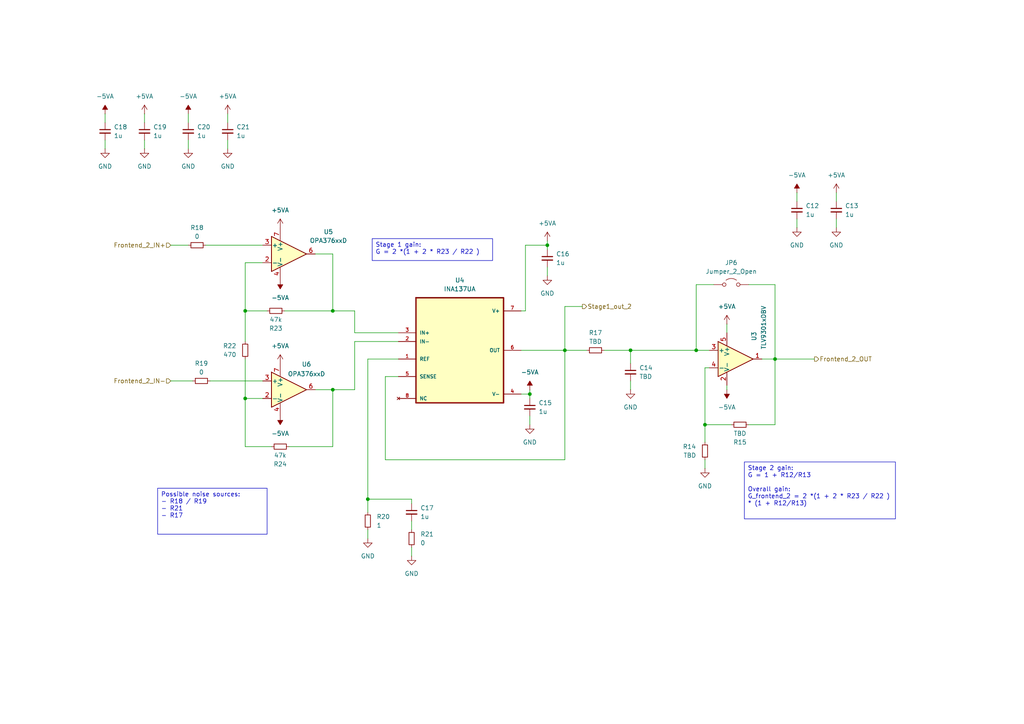
<source format=kicad_sch>
(kicad_sch (version 20250114) (generator "eeschema") (generator_version "9.0")
  (paper "A4")
  (lib_symbols
    (symbol "Amplifier_Operational:OPA376xxD" (pin_names (offset 0.127))
      (property "Reference" "U" (at 0 6.35 0))
      (property "Value" "OPA376xxD" (at 0 3.81 0))
      (symbol "OPA376xxD_0_1"
        (polyline (pts (xy -5.08 5.08) (xy 5.08 0) (xy -5.08 -5.08) (xy -5.08 5.08)) (stroke (width 0.254)) (fill (type background)))
      )
      (symbol "OPA376xxD_1_1"
        (pin input line (at -7.62 2.54 0) (length 2.54) (name "+") (number "3"))
        (pin input line (at -7.62 -2.54 0) (length 2.54) (name "-") (number "2"))
        (pin power_in line (at -2.54 7.62 270) (length 3.81) (name "V+") (number "7"))
        (pin no_connect line (at -2.54 2.54 270) (length 2.54) (hide yes) (name "NC") (number "1"))
        (pin power_in line (at -2.54 -7.62 90) (length 3.81) (name "V-") (number "4"))
        (pin no_connect line (at 0 2.54 270) (length 2.54) (hide yes) (name "NC") (number "5"))
        (pin no_connect line (at 0 -2.54 90) (length 2.54) (hide yes) (name "NC") (number "8"))
        (pin output line (at 7.62 0 180) (length 2.54) (name "~") (number "6"))
      )
    )
    (symbol "Amplifier_Operational:TLV9301xDBV" (pin_names (offset 0.127))
      (property "Reference" "U" (at -1.27 6.35 0))
      (property "Value" "TLV9301xDBV" (at -1.27 3.81 0))
      (symbol "TLV9301xDBV_0_1"
        (polyline (pts (xy -5.08 5.08) (xy 5.08 0) (xy -5.08 -5.08) (xy -5.08 5.08)) (stroke (width 0.254)) (fill (type background)))
        (pin power_in line (at -2.54 7.62 270) (length 3.81) (name "V+") (number "5"))
        (pin power_in line (at -2.54 -7.62 90) (length 3.81) (name "V-") (number "2"))
      )
      (symbol "TLV9301xDBV_1_1"
        (pin input line (at -7.62 2.54 0) (length 2.54) (name "+") (number "3"))
        (pin input line (at -7.62 -2.54 0) (length 2.54) (name "-") (number "4"))
        (pin output line (at 7.62 0 180) (length 2.54) (name "~") (number "1"))
      )
    )
    (symbol "Device:C_Small" (pin_numbers (hide yes)) (pin_names (offset 0.254) (hide yes))
      (property "Reference" "C" (at 0.254 1.778 0))
      (property "Value" "C_Small" (at 0.254 -2.032 0))
      (symbol "C_Small_0_1"
        (polyline (pts (xy -1.524 0.508) (xy 1.524 0.508)) (stroke (width 0.3048)))
        (polyline (pts (xy -1.524 -0.508) (xy 1.524 -0.508)) (stroke (width 0.3302)))
      )
      (symbol "C_Small_1_1"
        (pin passive line (at 0 2.54 270) (length 2.032) (name "~") (number "1"))
        (pin passive line (at 0 -2.54 90) (length 2.032) (name "~") (number "2"))
      )
    )
    (symbol "Device:R_Small" (pin_numbers (hide yes)) (pin_names (offset 0.254) (hide yes))
      (property "Reference" "R" (at 0.762 0.508 0))
      (property "Value" "R_Small" (at 0.762 -1.016 0))
      (symbol "R_Small_0_1"
        (rectangle (start -0.762 1.778) (end 0.762 -1.778) (stroke (width 0.2032)))
      )
      (symbol "R_Small_1_1"
        (pin passive line (at 0 2.54 270) (length 0.762) (name "~") (number "1"))
        (pin passive line (at 0 -2.54 90) (length 0.762) (name "~") (number "2"))
      )
    )
    (symbol "INA137UA:INA137UA" (pin_names (offset 1.016))
      (property "Reference" "U4" (at 0 20.32 0))
      (property "Value" "INA137UA" (at 0 17.78 0))
      (symbol "INA137UA_0_0"
        (rectangle (start -12.7 15.24) (end 12.7 -15.24) (stroke (width 0.41)) (fill (type background)))
        (pin bidirectional line (at -17.78 5.08 0) (length 5.08) (name "IN+") (number "3"))
        (pin bidirectional line (at -17.78 2.54 0) (length 5.08) (name "IN-") (number "2"))
        (pin bidirectional line (at -17.78 -2.54 0) (length 5.08) (name "REF") (number "1"))
        (pin bidirectional line (at -17.78 -7.62 0) (length 5.08) (name "SENSE") (number "5"))
        (pin power_in line (at 17.78 -12.7 180) (length 5.08) (name "V-") (number "4"))
      )
      (symbol "INA137UA_1_0"
        (pin no_connect line (at -17.78 -13.97 0) (length 5.08) (name "NC") (number "8"))
        (pin power_in line (at 17.78 11.43 180) (length 5.08) (name "V+") (number "7"))
        (pin output line (at 17.78 0 180) (length 5.08) (name "OUT") (number "6"))
      )
    )
    (symbol "Jumper:Jumper_2_Open" (pin_numbers (hide yes)) (pin_names (offset 0) (hide yes)) (exclude_from_sim yes)
      (property "Reference" "JP" (at 0 2.794 0))
      (property "Value" "Jumper_2_Open" (at 0 -2.286 0))
      (symbol "Jumper_2_Open_0_0"
        (circle (center -2.032 0) (radius 0.508))
        (circle (center 2.032 0) (radius 0.508))
      )
      (symbol "Jumper_2_Open_0_1"
        (arc (start -1.524 1.27) (mid 0 1.778) (end 1.524 1.27))
      )
      (symbol "Jumper_2_Open_1_1"
        (pin passive line (at -5.08 0 0) (length 2.54) (name "A") (number "1"))
        (pin passive line (at 5.08 0 180) (length 2.54) (name "B") (number "2"))
      )
    )
    (symbol "power:+5VA" (power) (pin_numbers (hide yes)) (pin_names (offset 0) (hide yes))
      (property "Value" "+5VA" (at 0 3.556 0))
      (symbol "+5VA_0_1"
        (polyline (pts (xy -0.762 1.27) (xy 0 2.54)))
        (polyline (pts (xy 0 2.54) (xy 0.762 1.27)))
        (polyline (pts (xy 0 0) (xy 0 2.54)))
      )
      (symbol "+5VA_1_1"
        (pin power_in line (at 0 0 90) (length 0) (name "~") (number "1"))
      )
    )
    (symbol "power:-5VA" (power) (pin_numbers (hide yes)) (pin_names (offset 0) (hide yes))
      (property "Value" "-5VA" (at 0 3.556 0))
      (symbol "-5VA_0_0"
        (pin power_in line (at 0 0 90) (length 0) (name "~") (number "1"))
      )
      (symbol "-5VA_0_1"
        (polyline (pts (xy 0 0) (xy 0 1.27) (xy 0.762 1.27) (xy 0 2.54) (xy -0.762 1.27) (xy 0 1.27)) (fill (type outline)))
      )
    )
    (symbol "power:GND" (power) (pin_numbers (hide yes)) (pin_names (offset 0) (hide yes))
      (property "Value" "GND" (at 0 -3.81 0))
      (symbol "GND_0_1"
        (polyline (pts (xy 0 0) (xy 0 -1.27) (xy 1.27 -1.27) (xy 0 -2.54) (xy -1.27 -1.27) (xy 0 -1.27)))
      )
      (symbol "GND_1_1"
        (pin power_in line (at 0 0 270) (length 0) (name "~") (number "1"))
      )
    )
  )
  (text_box "Stage 2 gain:\nG = 1 + R12/R13\n\nOverall gain:\nG_frontend_2 = 2 *(1 + 2 * R23 / R22 ) * (1 + R12/R13)" (at 215.9 133.985 0) (size 43.815 16.51) (margins 0.9525 0.9525 0.9525 0.9525) (effects (font (size 1.27 1.27)) (justify left top)))
  (text_box "Possible noise sources:\n- R18 / R19\n- R21\n- R17" (at 45.72 141.605 0) (size 31.75 13.335) (margins 0.9525 0.9525 0.9525 0.9525) (effects (font (size 1.27 1.27)) (justify left top)))
  (text_box "Stage 1 gain:\nG = 2 *(1 + 2 * R23 / R22 )" (at 107.95 69.215 0) (size 34.925 6.35) (margins 0.9525 0.9525 0.9525 0.9525) (effects (font (size 1.27 1.27)) (justify left top)))
  (junction (at 158.75 71.12))
  (junction (at 182.88 101.6))
  (junction (at 153.67 114.3))
  (junction (at 96.52 90.17))
  (junction (at 204.47 123.19))
  (junction (at 71.12 115.57))
  (junction (at 71.12 90.17))
  (junction (at 96.52 113.03))
  (junction (at 224.79 104.14))
  (junction (at 163.83 101.6))
  (junction (at 201.93 101.6))
  (junction (at 106.68 144.78))
  (wire (pts (xy 220.98 104.14) (xy 224.79 104.14)))
  (wire (pts (xy 204.47 133.35) (xy 204.47 135.89)))
  (wire (pts (xy 201.93 101.6) (xy 205.74 101.6)))
  (wire (pts (xy 152.4 71.12) (xy 158.75 71.12)))
  (wire (pts (xy 182.88 110.49) (xy 182.88 113.03)))
  (wire (pts (xy 71.12 90.17) (xy 77.47 90.17)))
  (wire (pts (xy 231.14 55.88) (xy 231.14 58.42)))
  (wire (pts (xy 96.52 90.17) (xy 102.87 90.17)))
  (wire (pts (xy 102.87 90.17) (xy 102.87 96.52)))
  (wire (pts (xy 182.88 101.6) (xy 201.93 101.6)))
  (wire (pts (xy 96.52 129.54) (xy 96.52 113.03)))
  (wire (pts (xy 153.67 113.03) (xy 153.67 114.3)))
  (wire (pts (xy 115.57 99.06) (xy 102.87 99.06)))
  (wire (pts (xy 224.79 82.55) (xy 224.79 104.14)))
  (wire (pts (xy 60.96 110.49) (xy 76.2 110.49)))
  (wire (pts (xy 210.82 93.98) (xy 210.82 96.52)))
  (wire (pts (xy 66.04 33.02) (xy 66.04 35.56)))
  (wire (pts (xy 242.57 63.5) (xy 242.57 66.04)))
  (wire (pts (xy 210.82 113.03) (xy 210.82 111.76)))
  (wire (pts (xy 49.53 110.49) (xy 55.88 110.49)))
  (wire (pts (xy 76.2 76.2) (xy 71.12 76.2)))
  (wire (pts (xy 83.82 129.54) (xy 96.52 129.54)))
  (wire (pts (xy 78.74 129.54) (xy 71.12 129.54)))
  (wire (pts (xy 152.4 90.17) (xy 152.4 71.12)))
  (wire (pts (xy 207.01 82.55) (xy 201.93 82.55)))
  (wire (pts (xy 163.83 133.35) (xy 163.83 101.6)))
  (wire (pts (xy 41.91 40.64) (xy 41.91 43.18)))
  (wire (pts (xy 91.44 73.66) (xy 96.52 73.66)))
  (wire (pts (xy 158.75 71.12) (xy 158.75 72.39)))
  (wire (pts (xy 231.14 63.5) (xy 231.14 66.04)))
  (wire (pts (xy 30.48 40.64) (xy 30.48 43.18)))
  (wire (pts (xy 204.47 106.68) (xy 205.74 106.68)))
  (wire (pts (xy 82.55 90.17) (xy 96.52 90.17)))
  (wire (pts (xy 71.12 104.14) (xy 71.12 115.57)))
  (wire (pts (xy 106.68 153.67) (xy 106.68 156.21)))
  (wire (pts (xy 217.17 123.19) (xy 224.79 123.19)))
  (wire (pts (xy 151.13 101.6) (xy 163.83 101.6)))
  (wire (pts (xy 163.83 88.9) (xy 168.91 88.9)))
  (wire (pts (xy 119.38 158.75) (xy 119.38 161.29)))
  (wire (pts (xy 201.93 82.55) (xy 201.93 101.6)))
  (wire (pts (xy 41.91 33.02) (xy 41.91 35.56)))
  (wire (pts (xy 242.57 55.88) (xy 242.57 58.42)))
  (wire (pts (xy 96.52 113.03) (xy 91.44 113.03)))
  (wire (pts (xy 158.75 69.85) (xy 158.75 71.12)))
  (wire (pts (xy 224.79 104.14) (xy 236.22 104.14)))
  (wire (pts (xy 106.68 144.78) (xy 106.68 148.59)))
  (wire (pts (xy 30.48 33.02) (xy 30.48 35.56)))
  (wire (pts (xy 102.87 99.06) (xy 102.87 113.03)))
  (wire (pts (xy 153.67 114.3) (xy 153.67 115.57)))
  (wire (pts (xy 119.38 151.13) (xy 119.38 153.67)))
  (wire (pts (xy 204.47 123.19) (xy 204.47 106.68)))
  (wire (pts (xy 119.38 146.05) (xy 119.38 144.78)))
  (wire (pts (xy 115.57 109.22) (xy 111.76 109.22)))
  (wire (pts (xy 204.47 128.27) (xy 204.47 123.19)))
  (wire (pts (xy 158.75 77.47) (xy 158.75 80.01)))
  (wire (pts (xy 182.88 101.6) (xy 182.88 105.41)))
  (wire (pts (xy 54.61 40.64) (xy 54.61 43.18)))
  (wire (pts (xy 111.76 133.35) (xy 163.83 133.35)))
  (wire (pts (xy 106.68 144.78) (xy 119.38 144.78)))
  (wire (pts (xy 151.13 114.3) (xy 153.67 114.3)))
  (wire (pts (xy 224.79 104.14) (xy 224.79 123.19)))
  (wire (pts (xy 217.17 82.55) (xy 224.79 82.55)))
  (wire (pts (xy 153.67 120.65) (xy 153.67 123.19)))
  (wire (pts (xy 163.83 101.6) (xy 170.18 101.6)))
  (wire (pts (xy 49.53 71.12) (xy 54.61 71.12)))
  (wire (pts (xy 59.69 71.12) (xy 76.2 71.12)))
  (wire (pts (xy 163.83 88.9) (xy 163.83 101.6)))
  (wire (pts (xy 102.87 96.52) (xy 115.57 96.52)))
  (wire (pts (xy 96.52 73.66) (xy 96.52 90.17)))
  (wire (pts (xy 54.61 33.02) (xy 54.61 35.56)))
  (wire (pts (xy 96.52 113.03) (xy 102.87 113.03)))
  (wire (pts (xy 106.68 104.14) (xy 106.68 144.78)))
  (wire (pts (xy 71.12 76.2) (xy 71.12 90.17)))
  (wire (pts (xy 71.12 129.54) (xy 71.12 115.57)))
  (wire (pts (xy 204.47 123.19) (xy 212.09 123.19)))
  (wire (pts (xy 115.57 104.14) (xy 106.68 104.14)))
  (wire (pts (xy 151.13 90.17) (xy 152.4 90.17)))
  (wire (pts (xy 66.04 40.64) (xy 66.04 43.18)))
  (wire (pts (xy 71.12 115.57) (xy 76.2 115.57)))
  (wire (pts (xy 175.26 101.6) (xy 182.88 101.6)))
  (wire (pts (xy 111.76 109.22) (xy 111.76 133.35)))
  (wire (pts (xy 71.12 90.17) (xy 71.12 99.06)))
  (hierarchical_label "Frontend_2_IN+" (shape input) (at 49.53 71.12 180))
  (hierarchical_label "Frontend_2_IN-" (shape input) (at 49.53 110.49 180))
  (hierarchical_label "Frontend_2_OUT" (shape output) (at 236.22 104.14 0))
  (hierarchical_label "Stage1_out_2" (shape output) (at 168.91 88.9 0))
  (symbol (lib_id "Device:R_Small") (at 81.28 129.54 90) (unit 1)
    (property "Reference" "R24" (at 81.28 134.62 90))
    (property "Value" "47k" (at 81.28 132.08 90))
    (property "Footprint" "Resistor_SMD:R_0805_2012Metric_Pad1.20x1.40mm_HandSolder" (effects (hide yes)))
    (property "Description" "Resistor, small symbol" (effects (hide yes)))
  )
  (symbol (lib_id "power:-5VA") (at 153.67 113.03 0) (unit 1)
    (property "Reference" "#PWR027" (effects (hide yes)))
    (property "Value" "-5VA" (at 153.67 107.95 0))
    (property "Description" "Power symbol creates a global label with name \"-5VA\"" (effects (hide yes)))
  )
  (symbol (lib_id "power:-5VA") (at 81.28 120.65 180) (unit 1)
    (property "Reference" "#PWR035" (effects (hide yes)))
    (property "Value" "-5VA" (at 81.28 125.73 0))
    (property "Description" "Power symbol creates a global label with name \"-5VA\"" (effects (hide yes)))
  )
  (symbol (lib_id "power:GND") (at 119.38 161.29 0) (unit 1)
    (property "Reference" "#PWR032" (effects (hide yes)))
    (property "Value" "GND" (at 119.38 166.37 0))
    (property "Description" "Power symbol creates a global label with name \"GND\" , ground" (effects (hide yes)))
  )
  (symbol (lib_id "power:+5VA") (at 66.04 33.02 0) (unit 1)
    (property "Reference" "#PWR043" (effects (hide yes)))
    (property "Value" "+5VA" (at 66.04 27.94 0))
    (property "Description" "Power symbol creates a global label with name \"+5VA\"" (effects (hide yes)))
  )
  (symbol (lib_id "Device:R_Small") (at 58.42 110.49 90) (unit 1)
    (property "Reference" "R19" (at 58.42 105.41 90))
    (property "Value" "0" (at 58.42 107.95 90))
    (property "Footprint" "Resistor_SMD:R_0805_2012Metric_Pad1.20x1.40mm_HandSolder" (effects (hide yes)))
    (property "Description" "Resistor, small symbol" (effects (hide yes)))
  )
  (symbol (lib_id "Device:R_Small") (at 57.15 71.12 90) (unit 1)
    (property "Reference" "R18" (at 57.15 66.04 90))
    (property "Value" "0" (at 57.15 68.58 90))
    (property "Footprint" "Resistor_SMD:R_0805_2012Metric_Pad1.20x1.40mm_HandSolder" (effects (hide yes)))
    (property "Description" "Resistor, small symbol" (effects (hide yes)))
  )
  (symbol (lib_id "Device:R_Small") (at 119.38 156.21 0) (unit 1)
    (property "Reference" "R21" (at 121.92 154.9399 0) (effects (justify left)))
    (property "Value" "0" (at 121.92 157.4799 0) (effects (justify left)))
    (property "Footprint" "Resistor_SMD:R_0805_2012Metric_Pad1.20x1.40mm_HandSolder" (effects (hide yes)))
    (property "Description" "Resistor, small symbol" (effects (hide yes)))
  )
  (symbol (lib_id "power:GND") (at 231.14 66.04 0) (unit 1)
    (property "Reference" "#PWR021" (effects (hide yes)))
    (property "Value" "GND" (at 231.14 71.12 0))
    (property "Description" "Power symbol creates a global label with name \"GND\" , ground" (effects (hide yes)))
  )
  (symbol (lib_id "power:GND") (at 204.47 135.89 0) (unit 1)
    (property "Reference" "#PWR017" (effects (hide yes)))
    (property "Value" "GND" (at 204.47 140.97 0))
    (property "Description" "Power symbol creates a global label with name \"GND\" , ground" (effects (hide yes)))
  )
  (symbol (lib_id "power:+5VA") (at 81.28 105.41 0) (unit 1)
    (property "Reference" "#PWR034" (effects (hide yes)))
    (property "Value" "+5VA" (at 81.28 100.33 0))
    (property "Description" "Power symbol creates a global label with name \"+5VA\"" (effects (hide yes)))
  )
  (symbol (lib_id "INA137UA:INA137UA") (at 133.35 101.6 0) (unit 1)
    (property "Reference" "U4" (at 133.35 81.28 0))
    (property "Value" "INA137UA" (at 133.35 83.82 0))
    (property "Footprint" "INA137UA:SOIC127P599X175-8N" (effects (hide yes)))
    (property "MF" "Texas Instruments" (effects (hide yes)))
    (property "Description_1" "Single, Audio Differential Line Receivers, +-6dB (G=1/2 or 2)" (effects (hide yes)))
    (property "Package" "SOIC-8 Texas Instruments" (effects (hide yes)))
    (property "Price" "None" (effects (hide yes)))
    (property "SnapEDA_Link" "https://www.snapeda.com/parts/INA137UA/Texas+Instruments/view-part/?ref=snap" (effects (hide yes)))
    (property "MP" "INA137UA" (effects (hide yes)))
    (property "Availability" "In Stock" (effects (hide yes)))
    (property "Check_prices" "https://www.snapeda.com/parts/INA137UA/Texas+Instruments/view-part/?ref=eda" (effects (hide yes)))
  )
  (symbol (lib_id "Device:C_Small") (at 153.67 118.11 0) (unit 1)
    (property "Reference" "C15" (at 156.21 116.8462 0) (effects (justify left)))
    (property "Value" "1u" (at 156.21 119.3862 0) (effects (justify left)))
    (property "Footprint" "Capacitor_SMD:C_0805_2012Metric_Pad1.18x1.45mm_HandSolder" (effects (hide yes)))
    (property "Description" "Unpolarized capacitor, small symbol" (effects (hide yes)))
  )
  (symbol (lib_id "Device:R_Small") (at 71.12 101.6 0) (mirror y) (unit 1)
    (property "Reference" "R22" (at 68.58 100.3299 0) (effects (justify left)))
    (property "Value" "470" (at 68.58 102.8699 0) (effects (justify left)))
    (property "Footprint" "Resistor_SMD:R_0805_2012Metric_Pad1.20x1.40mm_HandSolder" (effects (hide yes)))
    (property "Description" "Resistor, small symbol" (effects (hide yes)))
  )
  (symbol (lib_id "Device:C_Small") (at 158.75 74.93 0) (unit 1)
    (property "Reference" "C16" (at 161.29 73.6662 0) (effects (justify left)))
    (property "Value" "1u" (at 161.29 76.2062 0) (effects (justify left)))
    (property "Footprint" "Capacitor_SMD:C_0805_2012Metric_Pad1.18x1.45mm_HandSolder" (effects (hide yes)))
    (property "Description" "Unpolarized capacitor, small symbol" (effects (hide yes)))
  )
  (symbol (lib_id "power:-5VA") (at 210.82 113.03 180) (unit 1)
    (property "Reference" "#PWR019" (effects (hide yes)))
    (property "Value" "-5VA" (at 210.82 118.11 0))
    (property "Description" "Power symbol creates a global label with name \"-5VA\"" (effects (hide yes)))
  )
  (symbol (lib_id "power:-5VA") (at 231.14 55.88 0) (unit 1)
    (property "Reference" "#PWR020" (effects (hide yes)))
    (property "Value" "-5VA" (at 231.14 50.8 0))
    (property "Description" "Power symbol creates a global label with name \"-5VA\"" (effects (hide yes)))
  )
  (symbol (lib_id "Device:R_Small") (at 80.01 90.17 90) (mirror x) (unit 1)
    (property "Reference" "R23" (at 80.01 95.25 90))
    (property "Value" "47k" (at 80.01 92.71 90))
    (property "Footprint" "Resistor_SMD:R_0805_2012Metric_Pad1.20x1.40mm_HandSolder" (effects (hide yes)))
    (property "Description" "Resistor, small symbol" (effects (hide yes)))
  )
  (symbol (lib_id "power:GND") (at 106.68 156.21 0) (unit 1)
    (property "Reference" "#PWR031" (effects (hide yes)))
    (property "Value" "GND" (at 106.68 161.29 0))
    (property "Description" "Power symbol creates a global label with name \"GND\" , ground" (effects (hide yes)))
  )
  (symbol (lib_id "power:-5VA") (at 81.28 81.28 180) (unit 1)
    (property "Reference" "#PWR036" (effects (hide yes)))
    (property "Value" "-5VA" (at 81.28 86.36 0))
    (property "Description" "Power symbol creates a global label with name \"-5VA\"" (effects (hide yes)))
  )
  (symbol (lib_id "Device:C_Small") (at 182.88 107.95 0) (unit 1)
    (property "Reference" "C14" (at 185.42 106.6862 0) (effects (justify left)))
    (property "Value" "TBD" (at 185.42 109.2262 0) (effects (justify left)))
    (property "Footprint" "Capacitor_SMD:C_0805_2012Metric_Pad1.18x1.45mm_HandSolder" (effects (hide yes)))
    (property "Description" "Unpolarized capacitor, small symbol" (effects (hide yes)))
  )
  (symbol (lib_id "Amplifier_Operational:OPA376xxD") (at 83.82 113.03 0) (unit 1)
    (property "Reference" "U6" (at 88.9 105.664 0))
    (property "Value" "OPA376xxD" (at 88.9 108.458 0))
    (property "Footprint" "Package_SO:SOIC-8_3.9x4.9mm_P1.27mm" (effects (hide yes)))
    (property "Datasheet" "http://www.ti.com/lit/ds/symlink/opa376.pdf" (effects (hide yes)))
    (property "Description" "Single Low-Noise, Low Quiescent Current, Precision Operational Amplifier e-trim Series, SOIC-8" (effects (hide yes)))
  )
  (symbol (lib_id "Device:C_Small") (at 41.91 38.1 0) (unit 1)
    (property "Reference" "C19" (at 44.45 36.8362 0) (effects (justify left)))
    (property "Value" "1u" (at 44.45 39.3762 0) (effects (justify left)))
    (property "Footprint" "Capacitor_SMD:C_0805_2012Metric_Pad1.18x1.45mm_HandSolder" (effects (hide yes)))
    (property "Description" "Unpolarized capacitor, small symbol" (effects (hide yes)))
  )
  (symbol (lib_id "power:GND") (at 41.91 43.18 0) (unit 1)
    (property "Reference" "#PWR040" (effects (hide yes)))
    (property "Value" "GND" (at 41.91 48.26 0))
    (property "Description" "Power symbol creates a global label with name \"GND\" , ground" (effects (hide yes)))
  )
  (symbol (lib_id "power:+5VA") (at 242.57 55.88 0) (unit 1)
    (property "Reference" "#PWR022" (effects (hide yes)))
    (property "Value" "+5VA" (at 242.57 50.8 0))
    (property "Description" "Power symbol creates a global label with name \"+5VA\"" (effects (hide yes)))
  )
  (symbol (lib_id "power:+5VA") (at 210.82 93.98 0) (unit 1)
    (property "Reference" "#PWR018" (effects (hide yes)))
    (property "Value" "+5VA" (at 210.82 88.9 0))
    (property "Description" "Power symbol creates a global label with name \"+5VA\"" (effects (hide yes)))
  )
  (symbol (lib_id "Device:C_Small") (at 30.48 38.1 0) (unit 1)
    (property "Reference" "C18" (at 33.02 36.8362 0) (effects (justify left)))
    (property "Value" "1u" (at 33.02 39.3762 0) (effects (justify left)))
    (property "Footprint" "Capacitor_SMD:C_0805_2012Metric_Pad1.18x1.45mm_HandSolder" (effects (hide yes)))
    (property "Description" "Unpolarized capacitor, small symbol" (effects (hide yes)))
  )
  (symbol (lib_id "Device:C_Small") (at 242.57 60.96 0) (unit 1)
    (property "Reference" "C13" (at 245.11 59.6962 0) (effects (justify left)))
    (property "Value" "1u" (at 245.11 62.2362 0) (effects (justify left)))
    (property "Footprint" "Capacitor_SMD:C_0805_2012Metric_Pad1.18x1.45mm_HandSolder" (effects (hide yes)))
    (property "Description" "Unpolarized capacitor, small symbol" (effects (hide yes)))
  )
  (symbol (lib_id "Device:C_Small") (at 66.04 38.1 0) (unit 1)
    (property "Reference" "C21" (at 68.58 36.8362 0) (effects (justify left)))
    (property "Value" "1u" (at 68.58 39.3762 0) (effects (justify left)))
    (property "Footprint" "Capacitor_SMD:C_0805_2012Metric_Pad1.18x1.45mm_HandSolder" (effects (hide yes)))
    (property "Description" "Unpolarized capacitor, small symbol" (effects (hide yes)))
  )
  (symbol (lib_id "power:GND") (at 158.75 80.01 0) (unit 1)
    (property "Reference" "#PWR030" (effects (hide yes)))
    (property "Value" "GND" (at 158.75 85.09 0))
    (property "Description" "Power symbol creates a global label with name \"GND\" , ground" (effects (hide yes)))
  )
  (symbol (lib_id "Amplifier_Operational:OPA376xxD") (at 83.82 73.66 0) (unit 1)
    (property "Reference" "U5" (at 95.25 67.2398 0))
    (property "Value" "OPA376xxD" (at 95.25 69.7798 0))
    (property "Footprint" "Package_SO:SOIC-8_3.9x4.9mm_P1.27mm" (effects (hide yes)))
    (property "Datasheet" "http://www.ti.com/lit/ds/symlink/opa376.pdf" (effects (hide yes)))
    (property "Description" "Single Low-Noise, Low Quiescent Current, Precision Operational Amplifier e-trim Series, SOIC-8" (effects (hide yes)))
  )
  (symbol (lib_id "power:GND") (at 153.67 123.19 0) (unit 1)
    (property "Reference" "#PWR028" (effects (hide yes)))
    (property "Value" "GND" (at 153.67 128.27 0))
    (property "Description" "Power symbol creates a global label with name \"GND\" , ground" (effects (hide yes)))
  )
  (symbol (lib_id "Device:R_Small") (at 172.72 101.6 90) (unit 1)
    (property "Reference" "R17" (at 172.72 96.52 90))
    (property "Value" "TBD" (at 172.72 99.06 90))
    (property "Footprint" "Resistor_SMD:R_0805_2012Metric_Pad1.20x1.40mm_HandSolder" (effects (hide yes)))
    (property "Description" "Resistor, small symbol" (effects (hide yes)))
  )
  (symbol (lib_id "power:GND") (at 242.57 66.04 0) (unit 1)
    (property "Reference" "#PWR023" (effects (hide yes)))
    (property "Value" "GND" (at 242.57 71.12 0))
    (property "Description" "Power symbol creates a global label with name \"GND\" , ground" (effects (hide yes)))
  )
  (symbol (lib_id "Amplifier_Operational:TLV9301xDBV") (at 213.36 104.14 0) (unit 1)
    (property "Reference" "U3" (at 218.694 97.536 90))
    (property "Value" "TLV9301xDBV" (at 221.488 94.996 90))
    (property "Footprint" "Package_TO_SOT_SMD:SOT-23-5" (effects (hide yes)))
    (property "Datasheet" "https://www.ti.com/lit/ds/symlink/tlv9301.pdf" (effects (hide yes)))
    (property "Description" "40-V, 1-MHz, RRO Operational Amplifiers for Cost-Sensitive Systems, SOT-23-5" (effects (hide yes)))
  )
  (symbol (lib_id "Device:R_Small") (at 214.63 123.19 90) (mirror x) (unit 1)
    (property "Reference" "R15" (at 214.63 128.27 90))
    (property "Value" "TBD" (at 214.63 125.73 90))
    (property "Footprint" "Resistor_SMD:R_0805_2012Metric_Pad1.20x1.40mm_HandSolder" (effects (hide yes)))
    (property "Description" "Resistor, small symbol" (effects (hide yes)))
  )
  (symbol (lib_id "power:-5VA") (at 30.48 33.02 0) (unit 1)
    (property "Reference" "#PWR037" (effects (hide yes)))
    (property "Value" "-5VA" (at 30.48 27.94 0))
    (property "Description" "Power symbol creates a global label with name \"-5VA\"" (effects (hide yes)))
  )
  (symbol (lib_id "power:+5VA") (at 81.28 66.04 0) (unit 1)
    (property "Reference" "#PWR033" (effects (hide yes)))
    (property "Value" "+5VA" (at 81.28 60.96 0))
    (property "Description" "Power symbol creates a global label with name \"+5VA\"" (effects (hide yes)))
  )
  (symbol (lib_id "power:+5VA") (at 41.91 33.02 0) (unit 1)
    (property "Reference" "#PWR039" (effects (hide yes)))
    (property "Value" "+5VA" (at 41.91 27.94 0))
    (property "Description" "Power symbol creates a global label with name \"+5VA\"" (effects (hide yes)))
  )
  (symbol (lib_id "power:GND") (at 30.48 43.18 0) (unit 1)
    (property "Reference" "#PWR038" (effects (hide yes)))
    (property "Value" "GND" (at 30.48 48.26 0))
    (property "Description" "Power symbol creates a global label with name \"GND\" , ground" (effects (hide yes)))
  )
  (symbol (lib_id "Device:C_Small") (at 54.61 38.1 0) (unit 1)
    (property "Reference" "C20" (at 57.15 36.8362 0) (effects (justify left)))
    (property "Value" "1u" (at 57.15 39.3762 0) (effects (justify left)))
    (property "Footprint" "Capacitor_SMD:C_0805_2012Metric_Pad1.18x1.45mm_HandSolder" (effects (hide yes)))
    (property "Description" "Unpolarized capacitor, small symbol" (effects (hide yes)))
  )
  (symbol (lib_id "Device:C_Small") (at 119.38 148.59 0) (unit 1)
    (property "Reference" "C17" (at 121.92 147.3262 0) (effects (justify left)))
    (property "Value" "1u" (at 121.92 149.8662 0) (effects (justify left)))
    (property "Footprint" "Capacitor_SMD:C_0805_2012Metric_Pad1.18x1.45mm_HandSolder" (effects (hide yes)))
    (property "Description" "Unpolarized capacitor, small symbol" (effects (hide yes)))
  )
  (symbol (lib_id "Device:C_Small") (at 231.14 60.96 0) (unit 1)
    (property "Reference" "C12" (at 233.68 59.6962 0) (effects (justify left)))
    (property "Value" "1u" (at 233.68 62.2362 0) (effects (justify left)))
    (property "Footprint" "Capacitor_SMD:C_0805_2012Metric_Pad1.18x1.45mm_HandSolder" (effects (hide yes)))
    (property "Description" "Unpolarized capacitor, small symbol" (effects (hide yes)))
  )
  (symbol (lib_id "Jumper:Jumper_2_Open") (at 212.09 82.55 0) (unit 1)
    (property "Reference" "JP6" (at 212.09 76.2 0))
    (property "Value" "Jumper_2_Open" (at 212.09 78.74 0))
    (property "Description" "Jumper, 2-pole, open" (effects (hide yes)))
  )
  (symbol (lib_id "power:+5VA") (at 158.75 69.85 0) (unit 1)
    (property "Reference" "#PWR029" (effects (hide yes)))
    (property "Value" "+5VA" (at 158.75 64.77 0))
    (property "Description" "Power symbol creates a global label with name \"+5VA\"" (effects (hide yes)))
  )
  (symbol (lib_id "Device:R_Small") (at 106.68 151.13 0) (unit 1)
    (property "Reference" "R20" (at 109.22 149.8599 0) (effects (justify left)))
    (property "Value" "1" (at 109.22 152.3999 0) (effects (justify left)))
    (property "Footprint" "Resistor_SMD:R_0805_2012Metric_Pad1.20x1.40mm_HandSolder" (effects (hide yes)))
    (property "Description" "Resistor, small symbol" (effects (hide yes)))
  )
  (symbol (lib_id "power:GND") (at 182.88 113.03 0) (unit 1)
    (property "Reference" "#PWR026" (effects (hide yes)))
    (property "Value" "GND" (at 182.88 118.11 0))
    (property "Description" "Power symbol creates a global label with name \"GND\" , ground" (effects (hide yes)))
  )
  (symbol (lib_id "power:-5VA") (at 54.61 33.02 0) (unit 1)
    (property "Reference" "#PWR041" (effects (hide yes)))
    (property "Value" "-5VA" (at 54.61 27.94 0))
    (property "Description" "Power symbol creates a global label with name \"-5VA\"" (effects (hide yes)))
  )
  (symbol (lib_id "power:GND") (at 54.61 43.18 0) (unit 1)
    (property "Reference" "#PWR042" (effects (hide yes)))
    (property "Value" "GND" (at 54.61 48.26 0))
    (property "Description" "Power symbol creates a global label with name \"GND\" , ground" (effects (hide yes)))
  )
  (symbol (lib_id "power:GND") (at 66.04 43.18 0) (unit 1)
    (property "Reference" "#PWR044" (effects (hide yes)))
    (property "Value" "GND" (at 66.04 48.26 0))
    (property "Description" "Power symbol creates a global label with name \"GND\" , ground" (effects (hide yes)))
  )
  (symbol (lib_id "Device:R_Small") (at 204.47 130.81 0) (mirror x) (unit 1)
    (property "Reference" "R14" (at 201.93 129.5399 0) (effects (justify right)))
    (property "Value" "TBD" (at 201.93 132.0799 0) (effects (justify right)))
    (property "Footprint" "Resistor_SMD:R_0805_2012Metric_Pad1.20x1.40mm_HandSolder" (effects (hide yes)))
    (property "Description" "Resistor, small symbol" (effects (hide yes)))
  )
)
</source>
